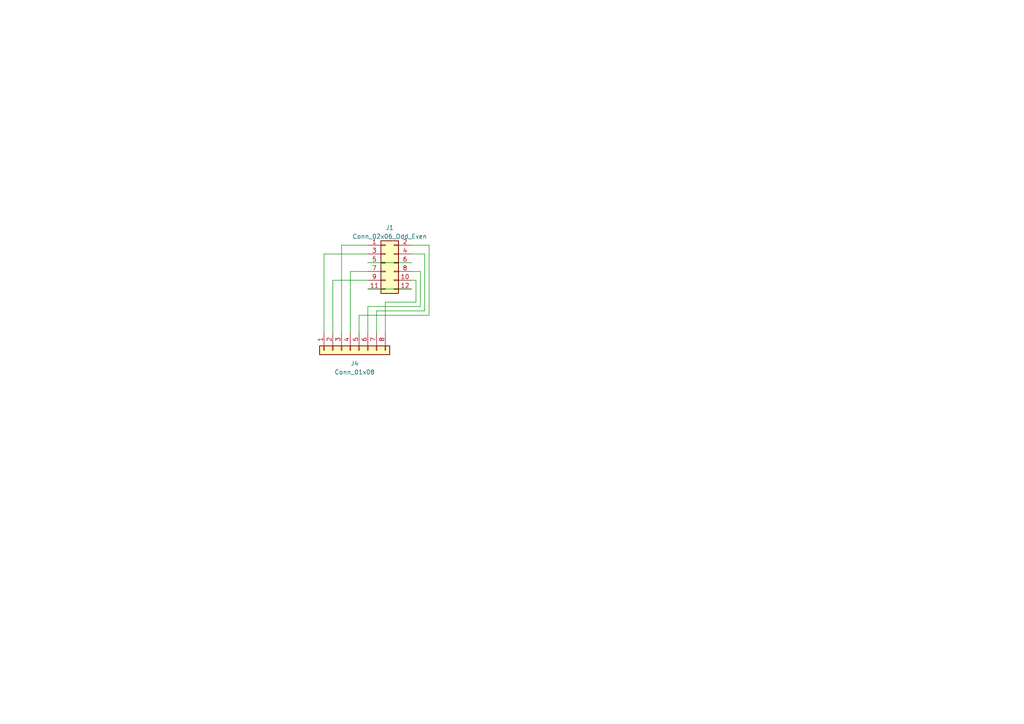
<source format=kicad_sch>
(kicad_sch (version 20230121) (generator eeschema)
  (paper "A4")
  (lib_symbols
    (symbol "Connector_Generic:Conn_01x08" (pin_names (offset 1.016) hide)
      (property "Reference" "J" (at 0 10.16 0))
      (property "Value" "Conn_01x08" (at 0 -12.7 0))
      (symbol "Conn_01x08_1_1"
        (rectangle (start -1.27 -10.033) (end 0 -10.287) (stroke (width 0.1524)))
        (rectangle (start -1.27 -7.493) (end 0 -7.747) (stroke (width 0.1524)))
        (rectangle (start -1.27 -4.953) (end 0 -5.207) (stroke (width 0.1524)))
        (rectangle (start -1.27 -2.413) (end 0 -2.667) (stroke (width 0.1524)))
        (rectangle (start -1.27 0.127) (end 0 -0.127) (stroke (width 0.1524)))
        (rectangle (start -1.27 2.667) (end 0 2.413) (stroke (width 0.1524)))
        (rectangle (start -1.27 5.207) (end 0 4.953) (stroke (width 0.1524)))
        (rectangle (start -1.27 7.747) (end 0 7.493) (stroke (width 0.1524)))
        (rectangle (start -1.27 8.89) (end 1.27 -11.43) (stroke (width 0.254)) (fill (type background)))
        (pin passive line (at -5.08 7.62 0) (length 3.81) (name "Pin_1") (number "1"))
        (pin passive line (at -5.08 5.08 0) (length 3.81) (name "Pin_2") (number "2"))
        (pin passive line (at -5.08 2.54 0) (length 3.81) (name "Pin_3") (number "3"))
        (pin passive line (at -5.08 0 0) (length 3.81) (name "Pin_4") (number "4"))
        (pin passive line (at -5.08 -2.54 0) (length 3.81) (name "Pin_5") (number "5"))
        (pin passive line (at -5.08 -5.08 0) (length 3.81) (name "Pin_6") (number "6"))
        (pin passive line (at -5.08 -7.62 0) (length 3.81) (name "Pin_7") (number "7"))
        (pin passive line (at -5.08 -10.16 0) (length 3.81) (name "Pin_8") (number "8"))
      )
    )
    (symbol "Connector_Generic:Conn_02x06_Odd_Even" (pin_names (offset 1.016) hide)
      (property "Reference" "J" (at 1.27 7.62 0))
      (property "Value" "Conn_02x06_Odd_Even" (at 1.27 -10.16 0))
      (symbol "Conn_02x06_Odd_Even_1_1"
        (rectangle (start -1.27 -7.493) (end 0 -7.747) (stroke (width 0.1524)))
        (rectangle (start -1.27 -4.953) (end 0 -5.207) (stroke (width 0.1524)))
        (rectangle (start -1.27 -2.413) (end 0 -2.667) (stroke (width 0.1524)))
        (rectangle (start -1.27 0.127) (end 0 -0.127) (stroke (width 0.1524)))
        (rectangle (start -1.27 2.667) (end 0 2.413) (stroke (width 0.1524)))
        (rectangle (start -1.27 5.207) (end 0 4.953) (stroke (width 0.1524)))
        (rectangle (start -1.27 6.35) (end 3.81 -8.89) (stroke (width 0.254)) (fill (type background)))
        (rectangle (start 3.81 -7.493) (end 2.54 -7.747) (stroke (width 0.1524)))
        (rectangle (start 3.81 -4.953) (end 2.54 -5.207) (stroke (width 0.1524)))
        (rectangle (start 3.81 -2.413) (end 2.54 -2.667) (stroke (width 0.1524)))
        (rectangle (start 3.81 0.127) (end 2.54 -0.127) (stroke (width 0.1524)))
        (rectangle (start 3.81 2.667) (end 2.54 2.413) (stroke (width 0.1524)))
        (rectangle (start 3.81 5.207) (end 2.54 4.953) (stroke (width 0.1524)))
        (pin passive line (at -5.08 5.08 0) (length 3.81) (name "Pin_1") (number "1"))
        (pin passive line (at 7.62 -5.08 180) (length 3.81) (name "Pin_10") (number "10"))
        (pin passive line (at -5.08 -7.62 0) (length 3.81) (name "Pin_11") (number "11"))
        (pin passive line (at 7.62 -7.62 180) (length 3.81) (name "Pin_12") (number "12"))
        (pin passive line (at 7.62 5.08 180) (length 3.81) (name "Pin_2") (number "2"))
        (pin passive line (at -5.08 2.54 0) (length 3.81) (name "Pin_3") (number "3"))
        (pin passive line (at 7.62 2.54 180) (length 3.81) (name "Pin_4") (number "4"))
        (pin passive line (at -5.08 0 0) (length 3.81) (name "Pin_5") (number "5"))
        (pin passive line (at 7.62 0 180) (length 3.81) (name "Pin_6") (number "6"))
        (pin passive line (at -5.08 -2.54 0) (length 3.81) (name "Pin_7") (number "7"))
        (pin passive line (at 7.62 -2.54 180) (length 3.81) (name "Pin_8") (number "8"))
        (pin passive line (at -5.08 -5.08 0) (length 3.81) (name "Pin_9") (number "9"))
      )
    )
  )
  (wire (pts (xy 106.68 81.28) (xy 96.52 81.28)))
  (wire (pts (xy 123.19 73.66) (xy 123.19 90.17)))
  (wire (pts (xy 120.65 81.28) (xy 120.65 87.63)))
  (wire (pts (xy 104.14 91.44) (xy 124.46 91.44)))
  (wire (pts (xy 106.68 83.82) (xy 119.38 83.82)))
  (wire (pts (xy 106.68 88.9) (xy 106.68 96.52)))
  (wire (pts (xy 124.46 71.12) (xy 119.38 71.12)))
  (wire (pts (xy 121.92 88.9) (xy 106.68 88.9)))
  (wire (pts (xy 101.6 78.74) (xy 101.6 96.52)))
  (wire (pts (xy 123.19 90.17) (xy 109.22 90.17)))
  (wire (pts (xy 96.52 81.28) (xy 96.52 96.52)))
  (wire (pts (xy 93.98 73.66) (xy 93.98 96.52)))
  (wire (pts (xy 106.68 71.12) (xy 99.06 71.12)))
  (wire (pts (xy 124.46 91.44) (xy 124.46 71.12)))
  (wire (pts (xy 106.68 73.66) (xy 93.98 73.66)))
  (wire (pts (xy 119.38 73.66) (xy 123.19 73.66)))
  (wire (pts (xy 106.68 78.74) (xy 101.6 78.74)))
  (wire (pts (xy 106.68 76.2) (xy 119.38 76.2)))
  (wire (pts (xy 121.92 78.74) (xy 121.92 88.9)))
  (wire (pts (xy 104.14 91.44) (xy 104.14 96.52)))
  (wire (pts (xy 99.06 71.12) (xy 99.06 96.52)))
  (wire (pts (xy 119.38 78.74) (xy 121.92 78.74)))
  (wire (pts (xy 119.38 81.28) (xy 120.65 81.28)))
  (wire (pts (xy 109.22 90.17) (xy 109.22 96.52)))
  (wire (pts (xy 120.65 87.63) (xy 111.76 87.63)))
  (wire (pts (xy 111.76 87.63) (xy 111.76 96.52)))
  (symbol (lib_id "Connector_Generic:Conn_01x08") (at 101.6 101.6 90) (mirror x) (unit 1)
    (property "Reference" "J4" (at 102.87 105.41 90))
    (property "Value" "Conn_01x08" (at 102.87 107.95 90))
    (property "Footprint" "TerminalBlock_Phoenix:TerminalBlock_Phoenix_MKDS-1,5-8_1x08_P5.00mm_Horizontal" (effects hide))
  )
  (symbol (lib_id "Connector_Generic:Conn_02x06_Odd_Even") (at 111.76 76.2 0) (unit 1)
    (property "Reference" "J1" (at 113.03 66.04 0))
    (property "Value" "Conn_02x06_Odd_Even" (at 113.03 68.58 0))
    (property "Footprint" "gate-switch:4P2T" (effects hide))
  )
)
</source>
